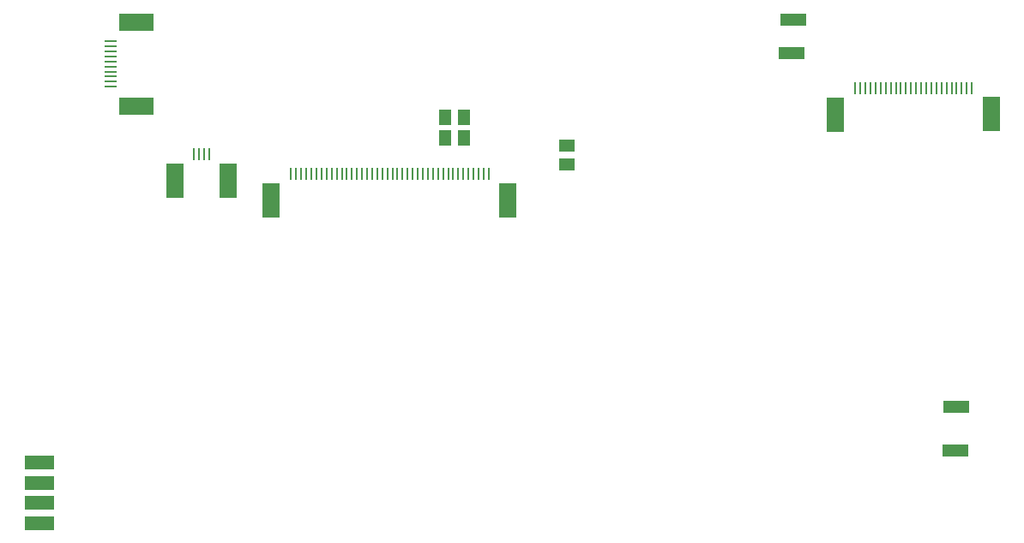
<source format=gtp>
G75*
%MOIN*%
%OFA0B0*%
%FSLAX25Y25*%
%IPPOS*%
%LPD*%
%AMOC8*
5,1,8,0,0,1.08239X$1,22.5*
%
%ADD10R,0.00984X0.04921*%
%ADD11R,0.07087X0.13780*%
%ADD12R,0.05906X0.05118*%
%ADD13R,0.05118X0.05906*%
%ADD14R,0.04921X0.00984*%
%ADD15R,0.13780X0.07087*%
%ADD16R,0.10000X0.05000*%
%ADD17R,0.11811X0.05354*%
D10*
X0119307Y0184268D03*
X0121276Y0184268D03*
X0123244Y0184268D03*
X0125213Y0184268D03*
X0127181Y0184268D03*
X0129150Y0184268D03*
X0131118Y0184268D03*
X0133087Y0184268D03*
X0135055Y0184268D03*
X0137024Y0184268D03*
X0138992Y0184268D03*
X0140961Y0184268D03*
X0142929Y0184268D03*
X0144898Y0184268D03*
X0146866Y0184268D03*
X0148835Y0184268D03*
X0150803Y0184268D03*
X0152772Y0184268D03*
X0154740Y0184268D03*
X0156709Y0184268D03*
X0158677Y0184268D03*
X0160646Y0184268D03*
X0162614Y0184268D03*
X0164583Y0184268D03*
X0166551Y0184268D03*
X0168520Y0184268D03*
X0170488Y0184268D03*
X0172457Y0184268D03*
X0174425Y0184268D03*
X0176394Y0184268D03*
X0178362Y0184268D03*
X0180331Y0184268D03*
X0182299Y0184268D03*
X0184268Y0184268D03*
X0186236Y0184268D03*
X0188205Y0184268D03*
X0190173Y0184268D03*
X0192142Y0184268D03*
X0194110Y0184268D03*
X0196079Y0184268D03*
X0087417Y0191748D03*
X0085449Y0191748D03*
X0083480Y0191748D03*
X0081512Y0191748D03*
X0338598Y0217535D03*
X0340567Y0217535D03*
X0342535Y0217535D03*
X0344504Y0217535D03*
X0346472Y0217535D03*
X0348441Y0217535D03*
X0350409Y0217535D03*
X0352378Y0217535D03*
X0354346Y0217535D03*
X0356315Y0217535D03*
X0358283Y0217535D03*
X0360252Y0217535D03*
X0362220Y0217535D03*
X0364189Y0217535D03*
X0366157Y0217535D03*
X0368126Y0217535D03*
X0370094Y0217535D03*
X0372063Y0217535D03*
X0374031Y0217535D03*
X0376000Y0217535D03*
X0377969Y0217535D03*
X0379937Y0217535D03*
X0381906Y0217535D03*
X0383874Y0217535D03*
D11*
X0391354Y0207496D03*
X0330921Y0207299D03*
X0203362Y0174031D03*
X0111630Y0174031D03*
X0094898Y0181512D03*
X0074031Y0181512D03*
D12*
X0226357Y0187823D03*
X0226357Y0195303D03*
D13*
X0186483Y0198050D03*
X0179003Y0198050D03*
X0179003Y0206165D03*
X0186483Y0206165D03*
D14*
X0049031Y0218126D03*
X0049031Y0220094D03*
X0049031Y0222063D03*
X0049031Y0224031D03*
X0049031Y0226000D03*
X0049031Y0227969D03*
X0049031Y0229937D03*
X0049031Y0231906D03*
X0049031Y0233874D03*
X0049031Y0235843D03*
D15*
X0059268Y0243323D03*
X0059268Y0210449D03*
D16*
X0313870Y0231039D03*
X0314484Y0244339D03*
X0377772Y0093520D03*
X0377378Y0076591D03*
D17*
X0021541Y0048244D03*
X0021541Y0056118D03*
X0021541Y0063992D03*
X0021541Y0071866D03*
M02*

</source>
